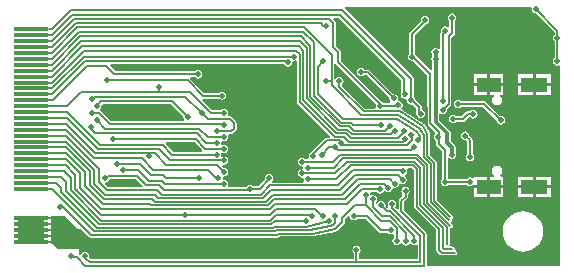
<source format=gbl>
G04*
G04 #@! TF.GenerationSoftware,Altium Limited,Altium Designer,18.1.7 (191)*
G04*
G04 Layer_Physical_Order=2*
G04 Layer_Color=16711680*
%FSLAX44Y44*%
%MOMM*%
G71*
G01*
G75*
%ADD10C,0.2000*%
%ADD12C,0.1500*%
%ADD64C,0.3000*%
%ADD72R,2.0000X1.2000*%
%ADD73R,2.3000X1.2000*%
%ADD74C,0.5080*%
%ADD75R,3.0000X0.3500*%
%ADD76R,1.5000X3.1000*%
%ADD77R,2.3000X2.1000*%
%ADD78R,16.8000X0.9000*%
G36*
X409706Y458023D02*
Y423500D01*
X409881Y422622D01*
X410378Y421878D01*
X437788Y394467D01*
X437302Y393294D01*
X435000D01*
X434122Y393119D01*
X433378Y392622D01*
X422378Y381622D01*
X422273Y381465D01*
X421619Y381335D01*
X420448Y380552D01*
X419665Y379381D01*
X419391Y378000D01*
X419665Y376619D01*
X419702Y376564D01*
X419023Y375294D01*
X416725D01*
X416552Y375552D01*
X415381Y376335D01*
X414000Y376609D01*
X412619Y376335D01*
X411448Y375552D01*
X410665Y374381D01*
X410391Y373000D01*
X410665Y371619D01*
X411448Y370448D01*
X412619Y369665D01*
X414000Y369391D01*
X414129Y369416D01*
X415118Y368545D01*
Y367455D01*
X414129Y366584D01*
X414000Y366609D01*
X412619Y366335D01*
X411448Y365552D01*
X410665Y364381D01*
X410391Y363000D01*
X410665Y361619D01*
X411448Y360448D01*
X412619Y359665D01*
X414000Y359391D01*
X414388Y359468D01*
X415468Y358388D01*
X415391Y358000D01*
X415665Y356619D01*
X415702Y356564D01*
X415023Y355294D01*
X389111D01*
X388764Y356012D01*
X388630Y356564D01*
X389335Y357619D01*
X389609Y359000D01*
X389335Y360381D01*
X388552Y361552D01*
X387381Y362335D01*
X386000Y362609D01*
X384619Y362335D01*
X383448Y361552D01*
X382665Y360381D01*
X382391Y359000D01*
X382557Y358162D01*
X376944Y352549D01*
X372554D01*
X372552Y352552D01*
X371381Y353335D01*
X370000Y353609D01*
X368619Y353335D01*
X367448Y352552D01*
X366777Y351549D01*
X351970D01*
X351374Y352819D01*
X351609Y354000D01*
X351335Y355381D01*
X350552Y356552D01*
X349381Y357335D01*
X348000Y357609D01*
X347612Y357532D01*
X346532Y358612D01*
X346609Y359000D01*
X346532Y359388D01*
X347612Y360468D01*
X348000Y360391D01*
X349381Y360665D01*
X350552Y361448D01*
X351335Y362619D01*
X351609Y364000D01*
X351335Y365381D01*
X350552Y366552D01*
X349381Y367335D01*
X348000Y367609D01*
X347996Y367609D01*
X346479Y369125D01*
X346519Y369390D01*
X347950Y370401D01*
X348000Y370391D01*
X349381Y370665D01*
X350552Y371448D01*
X351335Y372619D01*
X351609Y374000D01*
X351335Y375381D01*
X350552Y376552D01*
X349381Y377335D01*
X348000Y377609D01*
X346619Y377335D01*
X346505Y377259D01*
X345423Y378063D01*
X345609Y379000D01*
X345423Y379937D01*
X346505Y380741D01*
X346619Y380665D01*
X348000Y380391D01*
X349381Y380665D01*
X350552Y381448D01*
X351335Y382619D01*
X351609Y384000D01*
X351335Y385381D01*
X350552Y386552D01*
X349381Y387335D01*
X348000Y387609D01*
X346619Y387335D01*
X346505Y387259D01*
X345423Y388063D01*
X345609Y389000D01*
X345423Y389937D01*
X346505Y390741D01*
X346619Y390665D01*
X348000Y390391D01*
X349381Y390665D01*
X350552Y391448D01*
X351335Y392619D01*
X351609Y394000D01*
X351374Y395181D01*
X351971Y396451D01*
X354000D01*
X354976Y396645D01*
X355802Y397198D01*
X357802Y399198D01*
X358355Y400024D01*
X358549Y401000D01*
Y406000D01*
X358355Y406976D01*
X357802Y407802D01*
X354802Y410802D01*
X353975Y411355D01*
X353000Y411549D01*
X351970D01*
X351374Y412819D01*
X351609Y414000D01*
X351335Y415381D01*
X350552Y416552D01*
X349381Y417335D01*
X348000Y417609D01*
X346619Y417335D01*
X345448Y416552D01*
X345446Y416549D01*
X338056D01*
X329312Y425293D01*
X329937Y426464D01*
X330000Y426451D01*
X343446D01*
X343448Y426448D01*
X344619Y425665D01*
X346000Y425391D01*
X347381Y425665D01*
X348552Y426448D01*
X349335Y427619D01*
X349609Y429000D01*
X349335Y430381D01*
X348552Y431552D01*
X347381Y432335D01*
X346000Y432609D01*
X344619Y432335D01*
X343448Y431552D01*
X343446Y431549D01*
X331056D01*
X319424Y443181D01*
X319950Y444451D01*
X323446D01*
X323448Y444448D01*
X324619Y443665D01*
X326000Y443391D01*
X327381Y443665D01*
X328552Y444448D01*
X329335Y445619D01*
X329609Y447000D01*
X329335Y448381D01*
X328552Y449552D01*
X327381Y450335D01*
X326000Y450609D01*
X324619Y450335D01*
X323448Y449552D01*
X323446Y449549D01*
X256056D01*
X251327Y454278D01*
X251813Y455451D01*
X398778D01*
X399448Y454448D01*
X400619Y453665D01*
X402000Y453391D01*
X403381Y453665D01*
X404552Y454448D01*
X405335Y455619D01*
X405609Y457000D01*
X405532Y457388D01*
X406612Y458468D01*
X407000Y458391D01*
X408381Y458665D01*
X408436Y458702D01*
X409706Y458023D01*
D02*
G37*
G36*
X442698Y455698D02*
X476640Y421755D01*
X476391Y420500D01*
X476665Y419119D01*
X476702Y419064D01*
X476023Y417794D01*
X467450D01*
X448104Y437141D01*
X448052Y438448D01*
X448835Y439619D01*
X449109Y441000D01*
X448835Y442381D01*
X448052Y443552D01*
X446881Y444335D01*
X445500Y444609D01*
X444119Y444335D01*
X442948Y443552D01*
X442564Y442978D01*
X441294Y443363D01*
Y455512D01*
X442564Y455897D01*
X442698Y455698D01*
D02*
G37*
G36*
X607668Y504000D02*
X608536Y502730D01*
X608391Y502000D01*
X608665Y500619D01*
X609448Y499448D01*
X610619Y498665D01*
X612000Y498391D01*
X612304Y498451D01*
X627706Y483050D01*
Y480725D01*
X627448Y480552D01*
X626665Y479381D01*
X626391Y478000D01*
X626665Y476619D01*
X627448Y475448D01*
X627706Y475275D01*
Y460725D01*
X627448Y460552D01*
X626665Y459381D01*
X626391Y458000D01*
X626665Y456619D01*
X627448Y455448D01*
X628619Y454665D01*
X630000Y454391D01*
X630730Y454536D01*
X632000Y453668D01*
X632000Y285000D01*
X520564D01*
X519294Y285000D01*
Y312000D01*
X519119Y312878D01*
X518622Y313622D01*
X500294Y331950D01*
Y339050D01*
X503122Y341878D01*
X503122Y341878D01*
X503619Y342622D01*
X503794Y343500D01*
X503794Y343500D01*
Y345275D01*
X504052Y345448D01*
X504835Y346619D01*
X505109Y348000D01*
X504835Y349381D01*
X504052Y350552D01*
X502881Y351335D01*
X501500Y351609D01*
X500119Y351335D01*
X498948Y350552D01*
X498165Y349381D01*
X497891Y348000D01*
X498165Y346619D01*
X498948Y345448D01*
X498896Y344141D01*
X496378Y341622D01*
X495881Y340878D01*
X495706Y340000D01*
Y333198D01*
X494533Y332712D01*
X492650Y334594D01*
X493335Y335619D01*
X493609Y337000D01*
X493335Y338381D01*
X492552Y339552D01*
X491381Y340335D01*
X490000Y340609D01*
X488619Y340335D01*
X487448Y339552D01*
X486665Y338381D01*
X486391Y337000D01*
X486665Y335619D01*
X487156Y334884D01*
X486170Y334074D01*
X484549Y335695D01*
X484609Y336000D01*
X484335Y337381D01*
X483552Y338552D01*
X482381Y339335D01*
X481000Y339609D01*
X479619Y339335D01*
X478448Y338552D01*
X477665Y337381D01*
X477564Y336872D01*
X476294Y336997D01*
Y338275D01*
X476552Y338448D01*
X477335Y339619D01*
X477609Y341000D01*
X477335Y342381D01*
X476552Y343552D01*
X475381Y344335D01*
X474000Y344609D01*
X472778Y344366D01*
X472155Y344704D01*
X471576Y345166D01*
X471335Y346381D01*
X471298Y346436D01*
X471977Y347706D01*
X476941D01*
X477448Y346948D01*
X478619Y346165D01*
X480000Y345891D01*
X481381Y346165D01*
X482552Y346948D01*
X483237Y347973D01*
X483757Y348177D01*
X484666Y348302D01*
X485619Y347665D01*
X486440Y347502D01*
X486622Y347381D01*
X487500Y347206D01*
X488378Y347381D01*
X489122Y347878D01*
X489463Y348388D01*
X489552Y348448D01*
X490335Y349619D01*
X490432Y350106D01*
X491018Y351009D01*
X491811Y351028D01*
X492500Y350891D01*
X493881Y351165D01*
X495052Y351948D01*
X495835Y353119D01*
X495960Y353747D01*
X497334Y354355D01*
X497619Y354165D01*
X499000Y353891D01*
X500381Y354165D01*
X501552Y354948D01*
X502335Y356119D01*
X502609Y357500D01*
X502335Y358881D01*
X501552Y360052D01*
X501031Y360400D01*
X500979Y360837D01*
X501152Y361847D01*
X502052Y362448D01*
X502835Y363619D01*
X503109Y365000D01*
X502835Y366381D01*
X502798Y366436D01*
X503477Y367706D01*
X507050D01*
X508706Y366050D01*
Y335000D01*
X508881Y334122D01*
X509378Y333378D01*
X527706Y315050D01*
Y298000D01*
X527881Y297122D01*
X528378Y296378D01*
X530378Y294378D01*
X531122Y293881D01*
X532000Y293706D01*
X543000D01*
X543878Y293881D01*
X544622Y294378D01*
X545119Y295122D01*
X545294Y296000D01*
X545119Y296878D01*
X544622Y297622D01*
X543878Y298119D01*
X543148Y298265D01*
X543294Y299000D01*
X543119Y299878D01*
X542622Y300622D01*
X541878Y301119D01*
X541000Y301294D01*
X539259D01*
X538581Y302564D01*
X538619Y302622D01*
X538794Y303500D01*
Y316082D01*
X539250Y316456D01*
X540128Y316631D01*
X540872Y317128D01*
X541369Y317872D01*
X541544Y318750D01*
X541369Y319628D01*
X540872Y320372D01*
X540054Y321190D01*
X540122Y321878D01*
X540619Y322622D01*
X540794Y323500D01*
X540619Y324378D01*
X540657Y324567D01*
X541122Y324878D01*
X541619Y325622D01*
X541794Y326500D01*
X541619Y327378D01*
X541122Y328122D01*
X528294Y340950D01*
Y372000D01*
X528294Y372000D01*
X528119Y372878D01*
X527622Y373622D01*
X527622Y373622D01*
X522294Y378950D01*
Y396818D01*
X522253Y397023D01*
X522256Y397233D01*
X522167Y397458D01*
X522119Y397696D01*
X522003Y397870D01*
X521926Y398064D01*
X517926Y404246D01*
X517899Y404274D01*
X517883Y404310D01*
X517588Y404595D01*
X517303Y404888D01*
X517266Y404904D01*
X517238Y404931D01*
X498289Y417078D01*
X498092Y418217D01*
X498119Y418503D01*
X498152Y418597D01*
X498302Y418698D01*
X498855Y419525D01*
X499049Y420500D01*
X499029Y420598D01*
X499109Y421000D01*
X498835Y422381D01*
X498052Y423552D01*
X496881Y424335D01*
X495913Y424527D01*
X495415Y424800D01*
X494970Y425799D01*
X495109Y426500D01*
X494835Y427881D01*
X494052Y429052D01*
X492881Y429835D01*
X491500Y430109D01*
X491195Y430049D01*
X471122Y450122D01*
X470378Y450619D01*
X469500Y450794D01*
X467059D01*
X466552Y451552D01*
X465381Y452335D01*
X464000Y452609D01*
X462619Y452335D01*
X461448Y451552D01*
X460665Y450381D01*
X460391Y449000D01*
X460665Y447619D01*
X461448Y446448D01*
X462619Y445665D01*
X464000Y445391D01*
X465381Y445665D01*
X466190Y446206D01*
X468550D01*
X487951Y426805D01*
X487891Y426500D01*
X488165Y425119D01*
X488700Y424319D01*
X488217Y423138D01*
X488137Y423049D01*
X482554D01*
X482552Y423052D01*
X482103Y423352D01*
X481802Y423802D01*
X447049Y458556D01*
Y465500D01*
X446855Y466475D01*
X446302Y467302D01*
X442549Y471056D01*
Y490000D01*
X442355Y490975D01*
X441802Y491802D01*
X440135Y493470D01*
X440621Y494643D01*
X444752D01*
X497451Y441944D01*
Y430303D01*
X497391Y430000D01*
X497451Y429697D01*
Y429000D01*
X497645Y428025D01*
X498198Y427198D01*
X499025Y426645D01*
X500000Y426451D01*
X500348Y426520D01*
X501000Y426391D01*
X501388Y426468D01*
X502468Y425388D01*
X502391Y425000D01*
X502665Y423619D01*
X503448Y422448D01*
X504619Y421665D01*
X506000Y421391D01*
X506838Y421557D01*
X510451Y417944D01*
Y414000D01*
X510645Y413025D01*
X511129Y412300D01*
X511165Y412119D01*
X511948Y410948D01*
X512097Y410848D01*
X512198Y410698D01*
X513024Y410145D01*
X514000Y409951D01*
X514098Y409971D01*
X514500Y409891D01*
X515881Y410165D01*
X517052Y410948D01*
X517835Y412119D01*
X518109Y413500D01*
X517835Y414881D01*
X517052Y416052D01*
X515881Y416835D01*
X515549Y416901D01*
Y419000D01*
X515355Y419975D01*
X514802Y420802D01*
X509362Y426243D01*
X509335Y426381D01*
X508552Y427552D01*
X508549Y427554D01*
Y443000D01*
X508355Y443975D01*
X507802Y444802D01*
X449875Y502730D01*
X449900Y503038D01*
X450296Y504000D01*
X607668Y504000D01*
D02*
G37*
G36*
X313391Y411004D02*
X313391Y411000D01*
X313665Y409619D01*
X314200Y408819D01*
X313717Y407638D01*
X313637Y407549D01*
X252056D01*
X243802Y415802D01*
X243089Y416279D01*
X242920Y416646D01*
X242721Y417701D01*
X243335Y418619D01*
X243609Y420000D01*
X243609Y420004D01*
X245056Y421451D01*
X302944D01*
X313391Y411004D01*
D02*
G37*
G36*
X329576Y382819D02*
X329050Y381549D01*
X305056D01*
X298424Y388181D01*
X298950Y389451D01*
X322944D01*
X329576Y382819D01*
D02*
G37*
G36*
X278928Y352467D02*
X278442Y351294D01*
X249950D01*
X247062Y354182D01*
X247542Y355499D01*
X248381Y355665D01*
X249552Y356448D01*
X250335Y357619D01*
X250362Y357757D01*
X251056Y358451D01*
X272944D01*
X278928Y352467D01*
D02*
G37*
G36*
X225000Y315000D02*
Y316096D01*
X226173Y316582D01*
X233378Y309378D01*
X234122Y308881D01*
X235000Y308706D01*
X393000D01*
X393878Y308881D01*
X394622Y309378D01*
X394950Y309706D01*
X423000D01*
X423234Y309753D01*
X423473Y309755D01*
X442473Y313755D01*
X442669Y313839D01*
X442878Y313881D01*
X443076Y314013D01*
X443296Y314107D01*
X443445Y314259D01*
X443622Y314378D01*
X449622Y320378D01*
X449622Y320378D01*
X450119Y321122D01*
X450294Y322000D01*
X450294Y322000D01*
Y324050D01*
X453182Y326938D01*
X454498Y326458D01*
X454665Y325619D01*
X455448Y324448D01*
X456619Y323665D01*
X458000Y323391D01*
X459381Y323665D01*
X460552Y324448D01*
X460554Y324451D01*
X467944D01*
X479198Y313198D01*
X480025Y312645D01*
X481000Y312451D01*
X486446D01*
X486448Y312448D01*
X487619Y311665D01*
X489000Y311391D01*
X490381Y311665D01*
X490436Y311702D01*
X491706Y311023D01*
Y308725D01*
X491448Y308552D01*
X490665Y307381D01*
X490391Y306000D01*
X490665Y304619D01*
X491448Y303448D01*
X492619Y302665D01*
X494000Y302391D01*
X495381Y302665D01*
X496552Y303448D01*
X497286Y304545D01*
X497598Y304585D01*
X498598Y304459D01*
X498665Y304119D01*
X499448Y302948D01*
X500619Y302165D01*
X502000Y301891D01*
X503381Y302165D01*
X504552Y302948D01*
X504903Y303473D01*
X506409Y303506D01*
X506448Y303448D01*
X507619Y302665D01*
X509000Y302391D01*
X510381Y302665D01*
X510436Y302702D01*
X511706Y302023D01*
Y290294D01*
X462294D01*
Y295275D01*
X462552Y295448D01*
X463335Y296619D01*
X463609Y298000D01*
X463335Y299381D01*
X462552Y300552D01*
X461381Y301335D01*
X460000Y301609D01*
X458619Y301335D01*
X457448Y300552D01*
X456665Y299381D01*
X456391Y298000D01*
X456665Y296619D01*
X457448Y295448D01*
X457706Y295275D01*
Y290294D01*
X234950Y290294D01*
X233383Y291861D01*
X233609Y293000D01*
X233335Y294381D01*
X232552Y295552D01*
X231381Y296335D01*
X230000Y296609D01*
X228619Y296335D01*
X227448Y295552D01*
X226825Y294620D01*
X226122Y294277D01*
X225319Y294124D01*
X225000Y294348D01*
Y299000D01*
X207000Y299000D01*
X203000Y303000D01*
X201000D01*
Y327000D01*
X213000D01*
X225000Y315000D01*
D02*
G37*
%LPC*%
G36*
X541000Y498609D02*
X539619Y498335D01*
X538448Y497552D01*
X537665Y496381D01*
X537391Y495000D01*
X537665Y493619D01*
X538448Y492448D01*
X538706Y492275D01*
Y487111D01*
X537989Y486764D01*
X537436Y486630D01*
X536381Y487335D01*
X535000Y487609D01*
X533619Y487335D01*
X532448Y486552D01*
X531665Y485381D01*
X531391Y484000D01*
X531617Y482861D01*
X531378Y482622D01*
X530881Y481878D01*
X530706Y481000D01*
Y469111D01*
X529989Y468764D01*
X529436Y468630D01*
X528381Y469335D01*
X527000Y469609D01*
X525619Y469335D01*
X524448Y468552D01*
X523665Y467381D01*
X523391Y466000D01*
X523665Y464619D01*
X523941Y464206D01*
Y461794D01*
X523665Y461381D01*
X523391Y460000D01*
X523665Y458619D01*
X523941Y458206D01*
Y451323D01*
X522768Y450837D01*
X510362Y463243D01*
X510335Y463381D01*
X509552Y464552D01*
X509549Y464554D01*
Y479944D01*
X519243Y489638D01*
X519381Y489665D01*
X520552Y490448D01*
X521335Y491619D01*
X521609Y493000D01*
X521335Y494381D01*
X520552Y495552D01*
X519381Y496335D01*
X518000Y496609D01*
X516619Y496335D01*
X515448Y495552D01*
X514665Y494381D01*
X514391Y493000D01*
X514557Y492162D01*
X505198Y482802D01*
X504645Y481976D01*
X504451Y481000D01*
Y464554D01*
X504448Y464552D01*
X503665Y463381D01*
X503391Y462000D01*
X503665Y460619D01*
X504448Y459448D01*
X505619Y458665D01*
X507000Y458391D01*
X507838Y458557D01*
X519951Y446444D01*
Y405500D01*
X520145Y404524D01*
X520698Y403698D01*
X526576Y397819D01*
X526452Y396555D01*
X526448Y396552D01*
X525665Y395381D01*
X525391Y394000D01*
X525665Y392619D01*
X526448Y391448D01*
X527451Y390778D01*
Y388000D01*
X527645Y387024D01*
X528198Y386198D01*
X532451Y381944D01*
Y358554D01*
X532448Y358552D01*
X531665Y357381D01*
X531391Y356000D01*
X531665Y354619D01*
X532448Y353448D01*
X533619Y352665D01*
X535000Y352391D01*
X536381Y352665D01*
X537552Y353448D01*
X537554Y353451D01*
X553446D01*
X553448Y353448D01*
X554619Y352665D01*
X556000Y352391D01*
X557381Y352665D01*
X558020Y353092D01*
X558063Y353070D01*
X570560D01*
Y360340D01*
X559290D01*
Y359560D01*
X558020Y358908D01*
X557381Y359335D01*
X556000Y359609D01*
X554619Y359335D01*
X553448Y358552D01*
X553446Y358549D01*
X537554D01*
X537552Y358552D01*
X537549Y358554D01*
Y375637D01*
X537638Y375717D01*
X538819Y376200D01*
X539619Y375665D01*
X541000Y375391D01*
X542381Y375665D01*
X543552Y376448D01*
X544335Y377619D01*
X544609Y379000D01*
X544335Y380381D01*
X544059Y380794D01*
Y385000D01*
X544059Y385000D01*
X543826Y386171D01*
X543163Y387163D01*
X543163Y387163D01*
X540059Y390267D01*
Y397000D01*
X539826Y398171D01*
X539163Y399163D01*
X539163Y399163D01*
X530059Y408267D01*
Y413180D01*
X531329Y413859D01*
X531619Y413665D01*
X533000Y413391D01*
X534381Y413665D01*
X535552Y414448D01*
X536335Y415619D01*
X536609Y417000D01*
X536549Y417304D01*
X539622Y420378D01*
X540119Y421122D01*
X540294Y422000D01*
Y471000D01*
Y478050D01*
X542622Y480378D01*
X543119Y481122D01*
X543294Y482000D01*
Y492275D01*
X543552Y492448D01*
X544335Y493619D01*
X544609Y495000D01*
X544335Y496381D01*
X543552Y497552D01*
X542381Y498335D01*
X541000Y498609D01*
D02*
G37*
G36*
X624470Y446840D02*
X611700D01*
Y439570D01*
X624470D01*
Y446840D01*
D02*
G37*
G36*
X584370D02*
X573100D01*
Y439570D01*
X584370D01*
Y446840D01*
D02*
G37*
G36*
X570560D02*
X559290D01*
Y439570D01*
X570560D01*
Y446840D01*
D02*
G37*
G36*
X609160D02*
X596390D01*
Y439570D01*
X609160D01*
Y446840D01*
D02*
G37*
G36*
X624470Y437030D02*
X611700D01*
Y429760D01*
X624470D01*
Y437030D01*
D02*
G37*
G36*
X609160D02*
X596390D01*
Y429760D01*
X609160D01*
Y437030D01*
D02*
G37*
G36*
X570560D02*
X559290D01*
Y429760D01*
X570560D01*
Y437030D01*
D02*
G37*
G36*
X584370D02*
X573100D01*
Y429760D01*
X576188D01*
X576573Y428490D01*
X575936Y428064D01*
X574997Y426658D01*
X574667Y425000D01*
X574997Y423342D01*
X575936Y421936D01*
X577342Y420997D01*
X579000Y420667D01*
X580658Y420997D01*
X582064Y421936D01*
X583003Y423342D01*
X583333Y425000D01*
X583003Y426658D01*
X582064Y428064D01*
X581427Y428490D01*
X581812Y429760D01*
X584370D01*
Y437030D01*
D02*
G37*
G36*
X559000Y416609D02*
X557619Y416335D01*
X556448Y415552D01*
X556446Y415549D01*
X554000D01*
X553024Y415355D01*
X552198Y414802D01*
X548944Y411549D01*
X544554D01*
X544552Y411552D01*
X543381Y412335D01*
X542000Y412609D01*
X540619Y412335D01*
X539448Y411552D01*
X538665Y410381D01*
X538391Y409000D01*
X538665Y407619D01*
X539448Y406448D01*
X540619Y405665D01*
X542000Y405391D01*
X543381Y405665D01*
X544552Y406448D01*
X544554Y406451D01*
X550000D01*
X550975Y406645D01*
X551802Y407198D01*
X555056Y410451D01*
X556446D01*
X556448Y410448D01*
X557619Y409665D01*
X559000Y409391D01*
X560381Y409665D01*
X561552Y410448D01*
X562335Y411619D01*
X562609Y413000D01*
X562335Y414381D01*
X561552Y415552D01*
X560381Y416335D01*
X559000Y416609D01*
D02*
G37*
G36*
X546000Y425609D02*
X544619Y425335D01*
X543448Y424552D01*
X542665Y423381D01*
X542391Y422000D01*
X542665Y420619D01*
X543448Y419448D01*
X544619Y418665D01*
X546000Y418391D01*
X547381Y418665D01*
X548552Y419448D01*
X548725Y419706D01*
X567050D01*
X578451Y408304D01*
X578391Y408000D01*
X578665Y406619D01*
X579448Y405448D01*
X580619Y404665D01*
X582000Y404391D01*
X583381Y404665D01*
X584552Y405448D01*
X585335Y406619D01*
X585609Y408000D01*
X585335Y409381D01*
X584552Y410552D01*
X583381Y411335D01*
X582000Y411609D01*
X581696Y411549D01*
X569622Y423622D01*
X568878Y424119D01*
X568000Y424294D01*
X548725D01*
X548552Y424552D01*
X547381Y425335D01*
X546000Y425609D01*
D02*
G37*
G36*
X552000Y398609D02*
X550619Y398335D01*
X549448Y397552D01*
X548665Y396381D01*
X548391Y395000D01*
X548665Y393619D01*
X549448Y392448D01*
X550619Y391665D01*
X552000Y391391D01*
X552304Y391451D01*
X553706Y390050D01*
Y379725D01*
X553448Y379552D01*
X552665Y378381D01*
X552391Y377000D01*
X552665Y375619D01*
X553448Y374448D01*
X554619Y373665D01*
X556000Y373391D01*
X557381Y373665D01*
X558552Y374448D01*
X559335Y375619D01*
X559609Y377000D01*
X559335Y378381D01*
X558552Y379552D01*
X558294Y379725D01*
Y391000D01*
X558294Y391000D01*
X558119Y391878D01*
X557622Y392622D01*
X555549Y394696D01*
X555609Y395000D01*
X555335Y396381D01*
X554552Y397552D01*
X553381Y398335D01*
X552000Y398609D01*
D02*
G37*
G36*
X624470Y360340D02*
X611700D01*
Y353070D01*
X624470D01*
Y360340D01*
D02*
G37*
G36*
X579000Y369333D02*
X577342Y369003D01*
X575936Y368064D01*
X574997Y366658D01*
X574667Y365000D01*
X574997Y363342D01*
X575936Y361936D01*
X576424Y361610D01*
X576038Y360340D01*
X573100D01*
Y353070D01*
X584370D01*
Y360340D01*
X581962D01*
X581576Y361610D01*
X582064Y361936D01*
X583003Y363342D01*
X583333Y365000D01*
X583003Y366658D01*
X582064Y368064D01*
X580658Y369003D01*
X579000Y369333D01*
D02*
G37*
G36*
X609160Y360340D02*
X596390D01*
Y353070D01*
X609160D01*
Y360340D01*
D02*
G37*
G36*
X624470Y350530D02*
X611700D01*
Y343260D01*
X624470D01*
Y350530D01*
D02*
G37*
G36*
X609160D02*
X596390D01*
Y343260D01*
X609160D01*
Y350530D01*
D02*
G37*
G36*
X584370D02*
X573100D01*
Y343260D01*
X584370D01*
Y350530D01*
D02*
G37*
G36*
X570560D02*
X559290D01*
Y343260D01*
X570560D01*
Y350530D01*
D02*
G37*
G36*
X601000Y331082D02*
X597667Y330754D01*
X594463Y329782D01*
X591510Y328203D01*
X588921Y326079D01*
X586797Y323490D01*
X585218Y320537D01*
X584246Y317333D01*
X583918Y314000D01*
X584246Y310667D01*
X585218Y307463D01*
X586797Y304510D01*
X588921Y301921D01*
X591510Y299797D01*
X594463Y298218D01*
X597667Y297246D01*
X601000Y296918D01*
X604333Y297246D01*
X607537Y298218D01*
X610490Y299797D01*
X613079Y301921D01*
X615203Y304510D01*
X616782Y307463D01*
X617754Y310667D01*
X618082Y314000D01*
X617754Y317333D01*
X616782Y320537D01*
X615203Y323490D01*
X613079Y326079D01*
X610490Y328203D01*
X607537Y329782D01*
X604333Y330754D01*
X601000Y331082D01*
D02*
G37*
%LPD*%
D10*
X539000Y334000D02*
Y337000D01*
X531000Y345000D02*
X539000Y337000D01*
X462000Y461000D02*
X463000Y462000D01*
X531000Y345000D02*
Y349000D01*
X507000Y481000D02*
X519000Y493000D01*
X530000Y388000D02*
Y398000D01*
X535000Y356000D02*
X556000D01*
X481500Y420500D02*
X496500D01*
X480000Y419000D02*
X481500Y420500D01*
X500000Y429000D02*
Y443000D01*
X554000Y413000D02*
X559000D01*
X306000Y453000D02*
X341000D01*
X342000Y452000D01*
X255000Y447000D02*
X326000D01*
X225000D02*
X232000Y454000D01*
X203000Y425000D02*
X225000Y447000D01*
X248000Y454000D02*
X255000Y447000D01*
X232000Y454000D02*
X248000D01*
X198000Y425000D02*
X203000D01*
X230000Y458000D02*
X401000D01*
X202000Y430000D02*
X230000Y458000D01*
X198000Y430000D02*
X202000D01*
X229000Y462000D02*
X407000D01*
X202000Y435000D02*
X229000Y462000D01*
X197000Y435000D02*
X202000D01*
X222144Y490144D02*
X429856D01*
X202000Y470000D02*
X222144Y490144D01*
X197500Y470000D02*
X202000D01*
X220668Y493668D02*
X436332D01*
X202000Y475000D02*
X220668Y493668D01*
X198500Y475000D02*
X202000D01*
X219192Y497192D02*
X445808D01*
X202000Y480000D02*
X219192Y497192D01*
X198500Y480000D02*
X202000D01*
X249000Y442000D02*
X317000D01*
X330000Y429000D01*
X542000Y409000D02*
X550000D01*
X522500Y405500D02*
X530000Y398000D01*
X535000Y356000D02*
Y383000D01*
X530000Y388000D02*
X535000Y383000D01*
X550000Y409000D02*
X554000Y413000D01*
X518000Y493000D02*
X519000D01*
X236000Y400000D02*
Y402000D01*
X251000Y405000D02*
X348000D01*
X239000Y380000D02*
X289000D01*
X514500Y413000D02*
Y413500D01*
X514000Y412500D02*
X514500Y413000D01*
X513000Y414000D02*
Y419000D01*
X507000Y425000D02*
X513000Y419000D01*
X522500Y405500D02*
Y447500D01*
X506000Y425000D02*
X507000D01*
X508000Y462000D02*
X522500Y447500D01*
X480000Y420500D02*
Y422000D01*
Y419000D02*
Y420500D01*
X440000Y470000D02*
Y490000D01*
Y470000D02*
X444500Y465500D01*
Y457500D02*
Y465500D01*
Y457500D02*
X480000Y422000D01*
X436332Y493668D02*
X440000Y490000D01*
X227000Y432000D02*
X293000D01*
X215000Y420000D02*
X227000Y432000D01*
X185750Y420000D02*
X215000D01*
X506000Y425000D02*
Y443000D01*
X507000Y464000D02*
Y481000D01*
X376000Y355000D02*
Y367000D01*
X378000Y350000D02*
X386000Y358000D01*
X370000Y350000D02*
X378000D01*
X330000Y429000D02*
X346000D01*
X297000Y349000D02*
X369000D01*
X370000Y350000D01*
X293000Y353000D02*
X297000Y349000D01*
X481000Y315000D02*
X489000D01*
X469000Y327000D02*
X481000Y315000D01*
X458000Y327000D02*
X469000D01*
X250000Y361000D02*
X274000D01*
X248000Y359000D02*
X250000Y361000D01*
X247000Y359000D02*
X248000D01*
X254000Y354000D02*
X256000Y356000D01*
X272000D01*
X274000Y361000D02*
X282000Y353000D01*
X299000Y370000D02*
X342000D01*
X289000Y380000D02*
X299000Y370000D01*
X262000Y366000D02*
X275000D01*
X261000D02*
X262000D01*
X275000D02*
X284000Y357000D01*
X261000Y366000D02*
X261000Y366000D01*
X282000Y353000D02*
X293000D01*
X284000Y357000D02*
X295000D01*
X277000Y371000D02*
X286000Y362000D01*
X257000Y371000D02*
X277000D01*
X286000Y362000D02*
X296000D01*
X278000Y376000D02*
X288000Y366000D01*
X334000D01*
X302000Y374000D02*
X345000D01*
X292500Y383500D02*
X302000Y374000D01*
X241500Y383500D02*
X292500D01*
X304000Y379000D02*
X341000D01*
X296000Y387000D02*
X304000Y379000D01*
X243000Y387000D02*
X296000D01*
X295000Y357000D02*
X298000Y354000D01*
X348000D01*
X299000Y359000D02*
X327000D01*
X296000Y362000D02*
X299000Y359000D01*
X254000Y392000D02*
X324000D01*
X242000Y414000D02*
X251000Y405000D01*
X236000Y414000D02*
X242000D01*
X236000Y426000D02*
X238000Y428000D01*
X315000D02*
X329000Y414000D01*
X238000Y428000D02*
X315000D01*
X304000Y424000D02*
X317000Y411000D01*
X244000Y424000D02*
X304000D01*
X240000Y420000D02*
X244000Y424000D01*
X317000Y411000D02*
X317000D01*
X247000Y401000D02*
X327000D01*
X240000Y408000D02*
X247000Y401000D01*
X239000Y397000D02*
X325000D01*
X236000Y400000D02*
X239000Y397000D01*
X329000Y414000D02*
X334000Y409000D01*
X319000Y432000D02*
X337000Y414000D01*
X293000Y432000D02*
X319000D01*
X293000D02*
Y436000D01*
X214000Y405000D02*
X239000Y380000D01*
X315000Y387000D02*
X316000Y386000D01*
X304000Y387000D02*
X315000D01*
X332000Y384000D02*
X347000D01*
X324000Y392000D02*
X332000Y384000D01*
X333000Y389000D02*
X340000D01*
X325000Y397000D02*
X333000Y389000D01*
X215000Y410000D02*
X241500Y383500D01*
X198000Y410000D02*
X215000D01*
X197000Y405000D02*
X214000D01*
X238000Y376000D02*
X278000D01*
X214000Y400000D02*
X238000Y376000D01*
X196000Y400000D02*
X214000D01*
X215000Y415000D02*
X243000Y387000D01*
X196000Y415000D02*
X215000D01*
X401000Y458000D02*
X402000Y457000D01*
X399000Y425000D02*
X405000Y419000D01*
Y384000D02*
Y419000D01*
X218000Y501000D02*
X448000D01*
X202000Y485000D02*
X218000Y501000D01*
X200000Y485000D02*
X202000D01*
X337000Y414000D02*
X347000D01*
X334000Y409000D02*
X353000D01*
X448000Y501000D02*
X506000Y443000D01*
X507000Y462000D02*
X508000D01*
X445808Y497192D02*
X500000Y443000D01*
X481000Y454000D02*
X494000Y441000D01*
X473000Y462000D02*
X481000Y454000D01*
X463000Y462000D02*
X473000D01*
X462000Y461000D02*
Y462000D01*
X432000Y488000D02*
X434000D01*
X429856Y490144D02*
X432000Y488000D01*
X399000Y425000D02*
X400000Y426000D01*
X334000Y394000D02*
X347000D01*
X327000Y401000D02*
X334000Y394000D01*
X334000Y366000D02*
X341000Y359000D01*
X342000Y370000D02*
X348000Y364000D01*
X402000Y457000D02*
Y458000D01*
X342000Y399000D02*
X354000D01*
X341000D02*
X342000D01*
X354000D02*
X356000Y401000D01*
Y406000D01*
X353000Y409000D02*
X356000Y406000D01*
X343000Y359000D02*
Y359000D01*
X197274Y325000D02*
X203967D01*
X197274Y320000D02*
X203967D01*
X198274Y315000D02*
X204967D01*
X198274Y310000D02*
X204967D01*
X198274Y305000D02*
X204967D01*
D12*
X218000Y292000D02*
X223000D01*
X526000Y340000D02*
X539500Y326500D01*
X526000Y340000D02*
Y372000D01*
X523000Y339000D02*
X538500Y323500D01*
X523000Y339000D02*
Y371000D01*
X520000Y338000D02*
X539250Y318750D01*
X520000Y338000D02*
Y370000D01*
X536500Y303500D02*
Y317500D01*
X517000Y337000D02*
X536500Y317500D01*
X517000Y337000D02*
Y369000D01*
X533000Y300000D02*
Y317000D01*
X514000Y336000D02*
X533000Y317000D01*
X514000Y336000D02*
Y368000D01*
X530000Y298000D02*
Y316000D01*
X511000Y335000D02*
X530000Y316000D01*
X511000Y335000D02*
Y367000D01*
X523000Y309000D02*
Y313000D01*
X460000Y288000D02*
X514000D01*
X234000Y288000D02*
X460000Y288000D01*
Y297000D01*
X490000Y334000D02*
Y337000D01*
Y334000D02*
X514000Y310000D01*
X487000Y350000D02*
Y351000D01*
Y350000D02*
X487500Y349500D01*
X474000Y335000D02*
X482000Y327000D01*
X474000Y335000D02*
Y341000D01*
X464000Y448500D02*
X469500D01*
X582000Y408000D02*
X582500Y407500D01*
X568000Y422000D02*
X582000Y408000D01*
X546000Y422000D02*
X568000D01*
X229000Y467000D02*
X409000D01*
X202000Y440000D02*
X229000Y467000D01*
X199000Y440000D02*
X202000D01*
X495000Y393000D02*
X500500Y398500D01*
X228000Y471000D02*
X411000D01*
X202000Y445000D02*
X228000Y471000D01*
X195500Y445000D02*
X202000D01*
X489000Y396000D02*
X492500Y399500D01*
X227000Y475000D02*
X412000D01*
X202000Y450000D02*
X227000Y475000D01*
X195500Y450000D02*
X202000D01*
X226000Y479000D02*
X413000D01*
X202000Y455000D02*
X226000Y479000D01*
X196500Y455000D02*
X202000D01*
X225096Y483096D02*
X414904D01*
X202000Y460000D02*
X225096Y483096D01*
X196500Y460000D02*
X202000D01*
X223620Y486620D02*
X415380D01*
X202000Y465000D02*
X223620Y486620D01*
X193000Y465000D02*
X202000D01*
X556000Y377000D02*
Y391000D01*
X552000Y395000D02*
X556000Y391000D01*
X612000Y502000D02*
X630000Y484000D01*
Y478000D02*
Y484000D01*
Y458000D02*
Y477000D01*
X533000Y481000D02*
X535500Y483500D01*
X533000Y477000D02*
Y479000D01*
Y424000D02*
Y477000D01*
Y479000D02*
Y481000D01*
X538000Y477000D02*
Y479000D01*
Y471000D02*
Y477000D01*
Y422000D02*
Y471000D01*
X508000Y385000D02*
X508500Y384500D01*
X529000Y377000D02*
X529000D01*
X524000Y382000D02*
X529000Y377000D01*
X524000Y382000D02*
Y396636D01*
X519500Y404000D02*
X524000Y396636D01*
X516000Y403000D02*
X520000Y396818D01*
Y378000D02*
Y396818D01*
Y378000D02*
X526000Y372000D01*
X513000Y401500D02*
X517000Y395318D01*
Y377000D02*
Y395318D01*
Y377000D02*
X523000Y371000D01*
X541000Y482000D02*
Y495000D01*
X538000Y479000D02*
X541000Y482000D01*
X535000Y484000D02*
X535500Y483500D01*
X533000Y417000D02*
X538000Y422000D01*
X473000Y494000D02*
Y495000D01*
Y485000D02*
Y494000D01*
Y485000D02*
X513000Y445000D01*
Y425000D02*
Y445000D01*
X519500Y404000D02*
Y418500D01*
X513000Y425000D02*
X519500Y418500D01*
X210000Y336000D02*
X235000Y311000D01*
X465000Y350000D02*
X481500D01*
X483000Y354000D02*
X487250Y349750D01*
X487500Y349500D02*
Y350000D01*
X487250Y349750D02*
X487500Y349500D01*
X495000Y362000D02*
X499500Y357500D01*
X506000Y383000D02*
X508000Y385000D01*
X444000Y383000D02*
X506000D01*
X508500Y384500D02*
Y385500D01*
X466500Y415500D02*
X496500D01*
X516000Y403000D01*
X464000Y412500D02*
X495000D01*
X513000Y401500D01*
X449000Y409000D02*
X494000D01*
X510500Y399000D01*
X427500Y430500D02*
X449000Y409000D01*
X513500Y392000D02*
Y394500D01*
X510500Y399000D02*
X513500Y394500D01*
X500000Y399000D02*
X500500Y398500D01*
X506500Y395500D02*
X507000Y395000D01*
Y391000D02*
Y395000D01*
X427500Y430500D02*
Y453500D01*
X432000Y458000D01*
X439000Y437500D02*
X464000Y412500D01*
X445500Y436500D02*
X466500Y415500D01*
X457000Y404000D02*
X481000D01*
X455000Y406000D02*
X457000Y404000D01*
X447000Y406000D02*
X455000D01*
X424000Y429000D02*
X447000Y406000D01*
X424000Y429000D02*
Y474000D01*
X457500Y399000D02*
X484000D01*
X453500Y403000D02*
X457500Y399000D01*
X446000Y403000D02*
X453500D01*
X421000Y428000D02*
X446000Y403000D01*
X421000Y428000D02*
Y471000D01*
X456000Y396000D02*
X489000D01*
X452000Y400000D02*
X456000Y396000D01*
X444500Y400000D02*
X452000D01*
X418000Y426500D02*
X444500Y400000D01*
X418000Y426500D02*
Y469000D01*
X455000Y393000D02*
X495000D01*
X451000Y397000D02*
X455000Y393000D01*
X443000Y397000D02*
X451000D01*
X415000Y425000D02*
X443000Y397000D01*
X415000Y425000D02*
Y467000D01*
X453500Y390000D02*
X499000D01*
X449500Y394000D02*
X453500Y390000D01*
X441500Y394000D02*
X449500D01*
X412000Y423500D02*
X441500Y394000D01*
X412000Y423500D02*
Y464000D01*
X439000Y440500D02*
Y463000D01*
Y437500D02*
Y440500D01*
X438500Y441000D02*
X439000Y440500D01*
X434000Y441000D02*
X438500D01*
X415380Y486620D02*
X439000Y463000D01*
X499000Y390000D02*
X501000Y392000D01*
X503000Y387000D02*
X507000Y391000D01*
X488000Y403000D02*
Y403500D01*
X445500Y436500D02*
Y441000D01*
X469500Y448500D02*
X491500Y426500D01*
X457000Y366000D02*
X499000D01*
X499500Y366500D01*
Y365000D02*
Y366500D01*
X499000Y357500D02*
X499500D01*
X459000Y362000D02*
X495000D01*
X501500Y343500D02*
Y348000D01*
X498000Y340000D02*
X501500Y343500D01*
X492000Y354500D02*
X492500D01*
X488500Y358000D02*
X492000Y354500D01*
X461000Y358000D02*
X488500D01*
X487250Y349750D02*
Y349750D01*
X487250D02*
X487250D01*
X487500Y350000D01*
X463000Y354000D02*
X483000D01*
X480000Y349500D02*
X481000D01*
X481500Y350000D01*
X530000Y298000D02*
X532000Y296000D01*
X533000Y300000D02*
X534000Y299000D01*
X509000Y306000D02*
Y310000D01*
X488000Y331000D02*
X509000Y310000D01*
X502000Y306000D02*
Y313000D01*
X498000Y331000D02*
X517000Y312000D01*
Y285000D02*
Y312000D01*
X230000Y285000D02*
X517000D01*
X488000Y327000D02*
X502000Y313000D01*
X488000Y323000D02*
X494000Y317000D01*
Y306000D02*
Y317000D01*
X505000Y331000D02*
X523000Y313000D01*
X514000Y288000D02*
Y310000D01*
X223000Y292000D02*
X230000Y285000D01*
X231000Y291000D02*
X234000Y288000D01*
X498000Y331000D02*
Y340000D01*
X486000Y331000D02*
X488000D01*
X482000Y327000D02*
X488000D01*
X481000Y323000D02*
X488000D01*
X424000Y380000D02*
X435000Y391000D01*
X424000Y379000D02*
Y380000D01*
X437000Y385000D02*
X442000D01*
X431000Y379000D02*
X437000Y385000D01*
X442000D02*
X444000Y383000D01*
X445000Y391000D02*
X447000Y389000D01*
X435000Y391000D02*
X445000D01*
X532000Y296000D02*
X543000D01*
X534000Y299000D02*
X541000D01*
X511000Y379000D02*
X520000Y370000D01*
X510000Y376000D02*
X517000Y369000D01*
X509000Y373000D02*
X514000Y368000D01*
X508000Y370000D02*
X511000Y367000D01*
X446000Y379000D02*
X511000D01*
X449000Y376000D02*
X510000D01*
X452000Y373000D02*
X509000D01*
X455000Y370000D02*
X508000D01*
X387000Y328000D02*
X392000Y333000D01*
X315000Y328000D02*
X387000D01*
X244000D02*
X315000D01*
X414904Y483096D02*
X424000Y474000D01*
X413000Y479000D02*
X421000Y471000D01*
X412000Y475000D02*
X418000Y469000D01*
X411000Y471000D02*
X415000Y467000D01*
X409000D02*
X412000Y464000D01*
X394000Y312000D02*
X423000D01*
X393000Y311000D02*
X394000Y312000D01*
X235000Y311000D02*
X393000D01*
X392000Y315000D02*
X420539D01*
X391000Y314000D02*
X392000Y315000D01*
X238000Y314000D02*
X391000D01*
X390000Y318000D02*
X417000D01*
X389000Y317000D02*
X390000Y318000D01*
X240000Y317000D02*
X389000D01*
X391000Y323000D02*
X417000D01*
X388000Y320000D02*
X391000Y323000D01*
X242000Y320000D02*
X388000D01*
X387000Y323000D02*
X392000Y328000D01*
X244000Y323000D02*
X387000D01*
X218000Y349000D02*
X244000Y323000D01*
X214000Y348000D02*
X242000Y320000D01*
X210000Y347000D02*
X240000Y317000D01*
X202000Y350000D02*
X238000Y314000D01*
X423000Y312000D02*
X442000Y316000D01*
X420539Y315000D02*
X437941Y318142D01*
X417000Y318000D02*
X437000Y323000D01*
X387000Y333000D02*
X391000Y337000D01*
X244000Y333000D02*
X387000D01*
X385000Y336000D02*
X390000Y341000D01*
X286000Y336000D02*
X385000D01*
X285000Y337000D02*
X286000Y336000D01*
X383000Y339000D02*
X389000Y345000D01*
X289000Y339000D02*
X383000D01*
X287000Y341000D02*
X289000Y339000D01*
X381000Y342000D02*
X388000Y349000D01*
X292000Y342000D02*
X381000D01*
X289000Y345000D02*
X292000Y342000D01*
X449000Y387000D02*
X503000D01*
X447000Y389000D02*
X449000Y387000D01*
X440000Y373000D02*
X446000Y379000D01*
X441000Y368000D02*
X449000Y376000D01*
X442000Y363000D02*
X452000Y373000D01*
X437941Y318142D02*
X440000Y319000D01*
X437941Y318142D02*
X437941D01*
X421000Y328000D02*
X422000Y327000D01*
X392000Y328000D02*
X421000D01*
X442000Y316000D02*
X448000Y322000D01*
X440000Y319000D02*
X442000Y321000D01*
X440000Y319000D02*
X440000D01*
X448000Y325000D02*
X459000Y336000D01*
X468000D01*
X448000Y322000D02*
Y325000D01*
X442000Y321000D02*
Y327000D01*
X379000Y345000D02*
X387000Y353000D01*
X295000Y345000D02*
X379000D01*
X291000Y349000D02*
X295000Y345000D01*
X481000Y336000D02*
X486000Y331000D01*
X468000Y336000D02*
X481000Y323000D01*
X468000Y336000D02*
Y345000D01*
X391000Y337000D02*
X452000D01*
X431000Y327000D02*
X432000D01*
X425000Y333000D02*
X431000Y327000D01*
X392000Y333000D02*
X425000D01*
X452000Y337000D02*
X465000Y350000D01*
X450000Y341000D02*
X463000Y354000D01*
X390000Y341000D02*
X450000D01*
X448000Y345000D02*
X461000Y358000D01*
X389000Y345000D02*
X448000D01*
X446000Y349000D02*
X459000Y362000D01*
X388000Y349000D02*
X446000D01*
X444000Y353000D02*
X457000Y366000D01*
X387000Y353000D02*
X444000D01*
X447000Y389000D02*
Y390000D01*
X242000Y356000D02*
Y367000D01*
X214000Y395000D02*
X242000Y367000D01*
X197000Y395000D02*
X214000D01*
X403000Y381000D02*
X405000Y383000D01*
X394000Y384000D02*
X405000D01*
Y383000D02*
Y384000D01*
X459000Y362000D02*
Y362000D01*
X443000Y358000D02*
X455000Y370000D01*
X414000Y373000D02*
X440000D01*
X419000Y368000D02*
X441000D01*
X414000Y363000D02*
X442000D01*
X419000Y358000D02*
X443000D01*
X492500Y399500D02*
X493000Y399000D01*
X494000D01*
X484000D02*
X488000Y403000D01*
X222000Y350000D02*
X244000Y328000D01*
X249000Y349000D02*
X291000D01*
X242000Y356000D02*
X249000Y349000D01*
X247000Y345000D02*
X289000D01*
X238000Y354000D02*
X247000Y345000D01*
X246000Y341000D02*
X287000D01*
X234000Y353000D02*
X246000Y341000D01*
X245000Y337000D02*
X285000D01*
X230000Y352000D02*
X245000Y337000D01*
X226000Y351000D02*
X244000Y333000D01*
X197000Y350000D02*
X202000D01*
X210000Y347000D02*
Y351000D01*
X206000Y355000D02*
X210000Y351000D01*
X197000Y355000D02*
X206000D01*
X198000Y360000D02*
X210000D01*
X214000Y348000D02*
Y356000D01*
X210000Y360000D02*
X214000Y356000D01*
X218000Y349000D02*
Y359000D01*
X212000Y365000D02*
X218000Y359000D01*
X196000Y365000D02*
X212000D01*
X222000Y350000D02*
X224000Y348000D01*
X222000Y350000D02*
Y350000D01*
X226000Y351000D02*
Y363000D01*
X230000Y352000D02*
Y364000D01*
X234000Y353000D02*
Y365000D01*
X214000Y370000D02*
X222000Y362000D01*
Y350000D02*
Y362000D01*
X214000Y375000D02*
X226000Y363000D01*
X214000Y380000D02*
X230000Y364000D01*
X214000Y385000D02*
X234000Y365000D01*
X238000Y354000D02*
Y366000D01*
X214000Y390000D02*
X238000Y366000D01*
X194000Y375000D02*
X214000D01*
X196000Y380000D02*
X214000D01*
X193000Y390000D02*
X214000D01*
X184750Y370000D02*
X214000D01*
X184750Y385000D02*
X214000D01*
D64*
X541000Y379000D02*
Y385000D01*
X527000Y407000D02*
Y466000D01*
X537000Y389000D02*
X541000Y385000D01*
X527000Y407000D02*
X537000Y397000D01*
Y389000D02*
Y397000D01*
D72*
X571830Y351800D02*
D03*
Y438300D02*
D03*
D73*
X610430Y351800D02*
D03*
Y438300D02*
D03*
D74*
X541000Y379000D02*
D03*
X539000Y334000D02*
D03*
X556000Y356000D02*
D03*
X460000Y298000D02*
D03*
X484000Y304000D02*
D03*
X437000Y298000D02*
D03*
X490000Y337000D02*
D03*
X487000Y351000D02*
D03*
X474000Y341000D02*
D03*
X582000Y408000D02*
D03*
X546000Y422000D02*
D03*
X559000Y413000D02*
D03*
X342000Y452000D02*
D03*
X249000Y442000D02*
D03*
X556000Y377000D02*
D03*
X583000Y468000D02*
D03*
X558000Y472000D02*
D03*
X612000Y502000D02*
D03*
X630000Y458000D02*
D03*
Y478000D02*
D03*
X529000Y394000D02*
D03*
X542000Y409000D02*
D03*
X529000Y377000D02*
D03*
X541000Y495000D02*
D03*
X533000Y417000D02*
D03*
Y424000D02*
D03*
X552000Y395000D02*
D03*
X535000Y484000D02*
D03*
X518000Y493000D02*
D03*
X473000Y494000D02*
D03*
X466850Y442730D02*
D03*
X456190Y438710D02*
D03*
X508500Y385500D02*
D03*
X514500Y413500D02*
D03*
X500000Y399000D02*
D03*
X512000Y391500D02*
D03*
X506500Y395500D02*
D03*
X501000Y392000D02*
D03*
X480000Y420500D02*
D03*
X488000Y403500D02*
D03*
X445500Y441000D02*
D03*
X495500Y421000D02*
D03*
X491500Y426500D02*
D03*
X432000Y458000D02*
D03*
X499500Y365000D02*
D03*
X499000Y357500D02*
D03*
X501500Y348000D02*
D03*
X492500Y354500D02*
D03*
X480000Y349500D02*
D03*
X509000Y306000D02*
D03*
X502000Y305500D02*
D03*
X499000Y296000D02*
D03*
X508000D02*
D03*
X522000Y300000D02*
D03*
X494000Y306000D02*
D03*
X489000Y297000D02*
D03*
X522000Y309000D02*
D03*
X535000Y356000D02*
D03*
X218000Y293000D02*
D03*
X230000D02*
D03*
X423000Y389000D02*
D03*
Y378000D02*
D03*
X431000Y379000D02*
D03*
X306000Y453000D02*
D03*
X505000Y331000D02*
D03*
X474000Y310000D02*
D03*
X531000Y349000D02*
D03*
X434000Y441000D02*
D03*
X315000Y328000D02*
D03*
X463000Y427000D02*
D03*
X507000Y494000D02*
D03*
X450000Y479000D02*
D03*
X506000Y425000D02*
D03*
X501000Y430000D02*
D03*
X417000Y323000D02*
D03*
X437000D02*
D03*
X556000Y367000D02*
D03*
X376000Y355000D02*
D03*
X346000Y429000D02*
D03*
X370000Y350000D02*
D03*
X386000Y359000D02*
D03*
X489000Y315000D02*
D03*
X481000Y336000D02*
D03*
X247000Y359000D02*
D03*
X253000Y354000D02*
D03*
X272000Y356000D02*
D03*
X262000Y366000D02*
D03*
X284000Y378000D02*
D03*
X327000Y359000D02*
D03*
X442000Y327000D02*
D03*
X422000D02*
D03*
X432000D02*
D03*
X423000Y400000D02*
D03*
X442000Y385000D02*
D03*
X447000Y389000D02*
D03*
X254000Y392000D02*
D03*
X289000Y418000D02*
D03*
X240000Y408000D02*
D03*
X236000Y426000D02*
D03*
X240000Y420000D02*
D03*
X236000Y414000D02*
D03*
X293000Y436000D02*
D03*
X316000Y386000D02*
D03*
X304000Y387000D02*
D03*
X257000Y371000D02*
D03*
X329000Y414000D02*
D03*
X326000Y447000D02*
D03*
X405000Y384000D02*
D03*
X394000Y371000D02*
D03*
Y384000D02*
D03*
X414000Y373000D02*
D03*
X419000Y368000D02*
D03*
X414000Y363000D02*
D03*
X419000Y358000D02*
D03*
X493000Y399000D02*
D03*
X468000Y345000D02*
D03*
X458000Y327000D02*
D03*
X481000Y404000D02*
D03*
X507000Y462000D02*
D03*
X527000Y460000D02*
D03*
Y466000D02*
D03*
X481000Y454000D02*
D03*
X462000Y462000D02*
D03*
X434000Y488000D02*
D03*
X464000Y449000D02*
D03*
X317000Y411000D02*
D03*
X399000Y425000D02*
D03*
X407000Y462000D02*
D03*
X402000Y457000D02*
D03*
X348000Y414000D02*
D03*
Y404000D02*
D03*
X342000Y399000D02*
D03*
X348000Y394000D02*
D03*
X343000Y359000D02*
D03*
X342000Y389000D02*
D03*
Y379000D02*
D03*
X348000Y384000D02*
D03*
Y354000D02*
D03*
Y364000D02*
D03*
Y374000D02*
D03*
X209000Y335000D02*
D03*
X235000Y402000D02*
D03*
D75*
X184750Y305000D02*
D03*
Y320000D02*
D03*
Y315000D02*
D03*
Y360000D02*
D03*
Y365000D02*
D03*
Y355000D02*
D03*
Y380000D02*
D03*
Y385000D02*
D03*
Y375000D02*
D03*
Y400000D02*
D03*
Y405000D02*
D03*
Y395000D02*
D03*
Y420000D02*
D03*
Y425000D02*
D03*
Y415000D02*
D03*
Y435000D02*
D03*
Y310000D02*
D03*
Y350000D02*
D03*
Y370000D02*
D03*
Y390000D02*
D03*
Y410000D02*
D03*
Y430000D02*
D03*
Y440000D02*
D03*
Y480250D02*
D03*
Y470250D02*
D03*
Y475250D02*
D03*
Y465250D02*
D03*
Y485250D02*
D03*
Y445000D02*
D03*
Y450000D02*
D03*
Y455000D02*
D03*
Y460000D02*
D03*
Y325000D02*
D03*
D76*
X389500Y436500D02*
D03*
D77*
X184500Y314500D02*
D03*
D78*
X294000Y303500D02*
D03*
M02*

</source>
